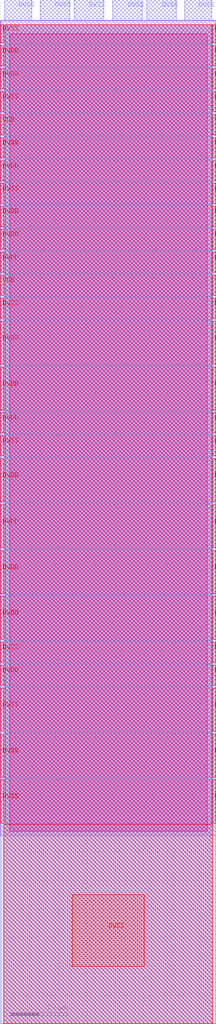
<source format=lef>
VERSION 5.7 ;
  NOWIREEXTENSIONATPIN ON ;
  DIVIDERCHAR "/" ;
  BUSBITCHARS "[]" ;
MACRO gf180mcu_ws_io__dvss
  CLASS PAD POWER ;
  FOREIGN gf180mcu_ws_io__dvss ;
  ORIGIN 0.000 0.000 ;
  SIZE 75.000 BY 350.000 ;
  SYMMETRY X Y R90 ;
  SITE GF_IO_Site ;
  PIN DVDD
    DIRECTION INOUT ;
    USE POWER ;
    PORT
      LAYER Metal5 ;
        RECT 74.000 118.000 75.000 125.000 ;
    END
    PORT
      LAYER Metal5 ;
        RECT 74.000 182.000 75.000 197.000 ;
    END
    PORT
      LAYER Metal5 ;
        RECT 74.000 166.000 75.000 181.000 ;
    END
    PORT
      LAYER Metal5 ;
        RECT 74.000 150.000 75.000 165.000 ;
    END
    PORT
      LAYER Metal5 ;
        RECT 74.000 134.000 75.000 149.000 ;
    END
    PORT
      LAYER Metal5 ;
        RECT 74.000 214.000 75.000 229.000 ;
    END
    PORT
      LAYER Metal5 ;
        RECT 74.000 206.000 75.000 213.000 ;
    END
    PORT
      LAYER Metal5 ;
        RECT 74.000 278.000 75.000 285.000 ;
    END
    PORT
      LAYER Metal5 ;
        RECT 74.000 270.000 75.000 277.000 ;
    END
    PORT
      LAYER Metal5 ;
        RECT 74.000 262.000 75.000 269.000 ;
    END
    PORT
      LAYER Metal5 ;
        RECT 74.000 294.000 75.000 301.000 ;
    END
    PORT
      LAYER Metal5 ;
        RECT 74.000 334.000 75.000 341.000 ;
    END
    PORT
      LAYER Metal4 ;
        RECT 74.000 118.000 75.000 125.000 ;
    END
    PORT
      LAYER Metal4 ;
        RECT 74.000 182.000 75.000 197.000 ;
    END
    PORT
      LAYER Metal4 ;
        RECT 74.000 166.000 75.000 181.000 ;
    END
    PORT
      LAYER Metal4 ;
        RECT 74.000 150.000 75.000 165.000 ;
    END
    PORT
      LAYER Metal4 ;
        RECT 74.000 134.000 75.000 149.000 ;
    END
    PORT
      LAYER Metal4 ;
        RECT 74.000 214.000 75.000 229.000 ;
    END
    PORT
      LAYER Metal4 ;
        RECT 74.000 206.000 75.000 213.000 ;
    END
    PORT
      LAYER Metal4 ;
        RECT 74.000 278.000 75.000 285.000 ;
    END
    PORT
      LAYER Metal4 ;
        RECT 74.000 270.000 75.000 277.000 ;
    END
    PORT
      LAYER Metal4 ;
        RECT 74.000 262.000 75.000 269.000 ;
    END
    PORT
      LAYER Metal4 ;
        RECT 74.000 294.000 75.000 301.000 ;
    END
    PORT
      LAYER Metal4 ;
        RECT 74.000 334.000 75.000 341.000 ;
    END
    PORT
      LAYER Metal3 ;
        RECT 74.000 118.000 75.000 125.000 ;
    END
    PORT
      LAYER Metal3 ;
        RECT 74.000 182.000 75.000 197.000 ;
    END
    PORT
      LAYER Metal3 ;
        RECT 74.000 166.000 75.000 181.000 ;
    END
    PORT
      LAYER Metal3 ;
        RECT 74.000 150.000 75.000 165.000 ;
    END
    PORT
      LAYER Metal3 ;
        RECT 74.000 134.000 75.000 149.000 ;
    END
    PORT
      LAYER Metal3 ;
        RECT 74.000 214.000 75.000 229.000 ;
    END
    PORT
      LAYER Metal3 ;
        RECT 74.000 206.000 75.000 213.000 ;
    END
    PORT
      LAYER Metal3 ;
        RECT 74.000 278.000 75.000 285.000 ;
    END
    PORT
      LAYER Metal3 ;
        RECT 74.000 270.000 75.000 277.000 ;
    END
    PORT
      LAYER Metal3 ;
        RECT 74.000 262.000 75.000 269.000 ;
    END
    PORT
      LAYER Metal3 ;
        RECT 74.000 294.000 75.000 301.000 ;
    END
    PORT
      LAYER Metal3 ;
        RECT 74.000 334.000 75.000 341.000 ;
    END
    PORT
      LAYER Metal3 ;
        RECT 0.000 334.000 1.000 341.000 ;
    END
    PORT
      LAYER Metal3 ;
        RECT 0.000 294.000 1.000 301.000 ;
    END
    PORT
      LAYER Metal3 ;
        RECT 0.000 262.000 1.000 269.000 ;
    END
    PORT
      LAYER Metal3 ;
        RECT 0.000 270.000 1.000 277.000 ;
    END
    PORT
      LAYER Metal3 ;
        RECT 0.000 278.000 1.000 285.000 ;
    END
    PORT
      LAYER Metal3 ;
        RECT 0.000 206.000 1.000 213.000 ;
    END
    PORT
      LAYER Metal3 ;
        RECT 0.000 214.000 1.000 229.000 ;
    END
    PORT
      LAYER Metal3 ;
        RECT 0.000 134.000 1.000 149.000 ;
    END
    PORT
      LAYER Metal3 ;
        RECT 0.000 150.000 1.000 165.000 ;
    END
    PORT
      LAYER Metal3 ;
        RECT 0.000 166.000 1.000 181.000 ;
    END
    PORT
      LAYER Metal3 ;
        RECT 0.000 182.000 1.000 197.000 ;
    END
    PORT
      LAYER Metal4 ;
        RECT 0.000 334.000 1.000 341.000 ;
    END
    PORT
      LAYER Metal4 ;
        RECT 0.000 294.000 1.000 301.000 ;
    END
    PORT
      LAYER Metal4 ;
        RECT 0.000 262.000 1.000 269.000 ;
    END
    PORT
      LAYER Metal4 ;
        RECT 0.000 270.000 1.000 277.000 ;
    END
    PORT
      LAYER Metal4 ;
        RECT 0.000 278.000 1.000 285.000 ;
    END
    PORT
      LAYER Metal4 ;
        RECT 0.000 206.000 1.000 213.000 ;
    END
    PORT
      LAYER Metal4 ;
        RECT 0.000 214.000 1.000 229.000 ;
    END
    PORT
      LAYER Metal4 ;
        RECT 0.000 134.000 1.000 149.000 ;
    END
    PORT
      LAYER Metal4 ;
        RECT 0.000 150.000 1.000 165.000 ;
    END
    PORT
      LAYER Metal4 ;
        RECT 0.000 166.000 1.000 181.000 ;
    END
    PORT
      LAYER Metal4 ;
        RECT 0.000 182.000 1.000 197.000 ;
    END
    PORT
      LAYER Metal5 ;
        RECT 0.000 334.000 1.000 341.000 ;
    END
    PORT
      LAYER Metal5 ;
        RECT 0.000 294.000 1.000 301.000 ;
    END
    PORT
      LAYER Metal5 ;
        RECT 0.000 262.000 1.000 269.000 ;
    END
    PORT
      LAYER Metal5 ;
        RECT 0.000 270.000 1.000 277.000 ;
    END
    PORT
      LAYER Metal5 ;
        RECT 0.000 278.000 1.000 285.000 ;
    END
    PORT
      LAYER Metal5 ;
        RECT 0.000 206.000 1.000 213.000 ;
    END
    PORT
      LAYER Metal5 ;
        RECT 0.000 214.000 1.000 229.000 ;
    END
    PORT
      LAYER Metal5 ;
        RECT 0.000 134.000 1.000 149.000 ;
    END
    PORT
      LAYER Metal5 ;
        RECT 0.000 150.000 1.000 165.000 ;
    END
    PORT
      LAYER Metal5 ;
        RECT 0.000 166.000 1.000 181.000 ;
    END
    PORT
      LAYER Metal5 ;
        RECT 0.000 182.000 1.000 197.000 ;
    END
    PORT
      LAYER Metal5 ;
        RECT 0.000 118.000 1.000 125.000 ;
    END
    PORT
      LAYER Metal4 ;
        RECT 0.000 118.000 1.000 125.000 ;
    END
    PORT
      LAYER Metal3 ;
        RECT 0.000 118.000 1.000 125.000 ;
    END
  END DVDD
  PIN DVSS
    DIRECTION INOUT ;
    USE GROUND ;
    PORT
      LAYER Metal5 ;
        RECT 25.000 20.000 50.000 45.000 ;
    END
    PORT
      LAYER Metal5 ;
        RECT 74.000 102.000 75.000 117.000 ;
    END
    PORT
      LAYER Metal5 ;
        RECT 74.000 86.000 75.000 101.000 ;
    END
    PORT
      LAYER Metal5 ;
        RECT 74.000 70.000 75.000 85.000 ;
    END
    PORT
      LAYER Metal5 ;
        RECT 74.000 126.000 75.000 133.000 ;
    END
    PORT
      LAYER Metal5 ;
        RECT 74.000 198.000 75.000 205.000 ;
    END
    PORT
      LAYER Metal5 ;
        RECT 74.000 230.000 75.000 245.000 ;
    END
    PORT
      LAYER Metal5 ;
        RECT 74.000 246.000 75.000 253.000 ;
    END
    PORT
      LAYER Metal5 ;
        RECT 74.000 286.000 75.000 293.000 ;
    END
    PORT
      LAYER Metal5 ;
        RECT 74.000 302.000 75.000 309.000 ;
    END
    PORT
      LAYER Metal5 ;
        RECT 74.000 318.000 75.000 325.000 ;
    END
    PORT
      LAYER Metal5 ;
        RECT 74.000 326.000 75.000 333.000 ;
    END
    PORT
      LAYER Metal5 ;
        RECT 74.000 342.000 75.000 348.390 ;
    END
    PORT
      LAYER Metal4 ;
        RECT 74.000 102.000 75.000 117.000 ;
    END
    PORT
      LAYER Metal4 ;
        RECT 74.000 86.000 75.000 101.000 ;
    END
    PORT
      LAYER Metal4 ;
        RECT 74.000 70.000 75.000 85.000 ;
    END
    PORT
      LAYER Metal4 ;
        RECT 74.000 126.000 75.000 133.000 ;
    END
    PORT
      LAYER Metal4 ;
        RECT 74.000 198.000 75.000 205.000 ;
    END
    PORT
      LAYER Metal4 ;
        RECT 74.000 230.000 75.000 245.000 ;
    END
    PORT
      LAYER Metal4 ;
        RECT 74.000 246.000 75.000 253.000 ;
    END
    PORT
      LAYER Metal4 ;
        RECT 74.000 286.000 75.000 293.000 ;
    END
    PORT
      LAYER Metal4 ;
        RECT 74.000 302.000 75.000 309.000 ;
    END
    PORT
      LAYER Metal4 ;
        RECT 74.000 318.000 75.000 325.000 ;
    END
    PORT
      LAYER Metal4 ;
        RECT 74.000 326.000 75.000 333.000 ;
    END
    PORT
      LAYER Metal4 ;
        RECT 74.000 342.000 75.000 348.390 ;
    END
    PORT
      LAYER Metal3 ;
        RECT 74.000 102.000 75.000 117.000 ;
    END
    PORT
      LAYER Metal3 ;
        RECT 74.000 86.000 75.000 101.000 ;
    END
    PORT
      LAYER Metal3 ;
        RECT 74.000 70.000 75.000 85.000 ;
    END
    PORT
      LAYER Metal3 ;
        RECT 74.000 126.000 75.000 133.000 ;
    END
    PORT
      LAYER Metal3 ;
        RECT 74.000 198.000 75.000 205.000 ;
    END
    PORT
      LAYER Metal3 ;
        RECT 74.000 230.000 75.000 245.000 ;
    END
    PORT
      LAYER Metal3 ;
        RECT 74.000 246.000 75.000 253.000 ;
    END
    PORT
      LAYER Metal3 ;
        RECT 74.000 286.000 75.000 293.000 ;
    END
    PORT
      LAYER Metal3 ;
        RECT 74.000 302.000 75.000 309.000 ;
    END
    PORT
      LAYER Metal3 ;
        RECT 74.000 318.000 75.000 325.000 ;
    END
    PORT
      LAYER Metal3 ;
        RECT 74.000 326.000 75.000 333.000 ;
    END
    PORT
      LAYER Metal3 ;
        RECT 74.000 342.000 75.000 348.390 ;
    END
    PORT
      LAYER Metal3 ;
        RECT 0.000 342.000 1.000 348.390 ;
    END
    PORT
      LAYER Metal3 ;
        RECT 0.000 326.000 1.000 333.000 ;
    END
    PORT
      LAYER Metal3 ;
        RECT 0.000 318.000 1.000 325.000 ;
    END
    PORT
      LAYER Metal3 ;
        RECT 0.000 302.000 1.000 309.000 ;
    END
    PORT
      LAYER Metal3 ;
        RECT 0.000 286.000 1.000 293.000 ;
    END
    PORT
      LAYER Metal3 ;
        RECT 0.000 246.000 1.000 253.000 ;
    END
    PORT
      LAYER Metal3 ;
        RECT 0.000 230.000 1.000 245.000 ;
    END
    PORT
      LAYER Metal3 ;
        RECT 0.000 198.000 1.000 205.000 ;
    END
    PORT
      LAYER Metal3 ;
        RECT 0.000 126.000 1.000 133.000 ;
    END
    PORT
      LAYER Metal3 ;
        RECT 0.000 70.000 1.000 85.000 ;
    END
    PORT
      LAYER Metal3 ;
        RECT 0.000 86.000 1.000 101.000 ;
    END
    PORT
      LAYER Metal4 ;
        RECT 0.000 342.000 1.000 348.390 ;
    END
    PORT
      LAYER Metal4 ;
        RECT 0.000 326.000 1.000 333.000 ;
    END
    PORT
      LAYER Metal4 ;
        RECT 0.000 318.000 1.000 325.000 ;
    END
    PORT
      LAYER Metal4 ;
        RECT 0.000 302.000 1.000 309.000 ;
    END
    PORT
      LAYER Metal4 ;
        RECT 0.000 286.000 1.000 293.000 ;
    END
    PORT
      LAYER Metal4 ;
        RECT 0.000 246.000 1.000 253.000 ;
    END
    PORT
      LAYER Metal4 ;
        RECT 0.000 230.000 1.000 245.000 ;
    END
    PORT
      LAYER Metal4 ;
        RECT 0.000 198.000 1.000 205.000 ;
    END
    PORT
      LAYER Metal4 ;
        RECT 0.000 126.000 1.000 133.000 ;
    END
    PORT
      LAYER Metal4 ;
        RECT 0.000 70.000 1.000 85.000 ;
    END
    PORT
      LAYER Metal4 ;
        RECT 0.000 86.000 1.000 101.000 ;
    END
    PORT
      LAYER Metal5 ;
        RECT 0.000 342.000 1.000 348.390 ;
    END
    PORT
      LAYER Metal5 ;
        RECT 0.000 326.000 1.000 333.000 ;
    END
    PORT
      LAYER Metal5 ;
        RECT 0.000 318.000 1.000 325.000 ;
    END
    PORT
      LAYER Metal5 ;
        RECT 0.000 302.000 1.000 309.000 ;
    END
    PORT
      LAYER Metal5 ;
        RECT 0.000 286.000 1.000 293.000 ;
    END
    PORT
      LAYER Metal5 ;
        RECT 0.000 246.000 1.000 253.000 ;
    END
    PORT
      LAYER Metal5 ;
        RECT 0.000 230.000 1.000 245.000 ;
    END
    PORT
      LAYER Metal5 ;
        RECT 0.000 198.000 1.000 205.000 ;
    END
    PORT
      LAYER Metal5 ;
        RECT 0.000 126.000 1.000 133.000 ;
    END
    PORT
      LAYER Metal5 ;
        RECT 0.000 70.000 1.000 85.000 ;
    END
    PORT
      LAYER Metal5 ;
        RECT 0.000 86.000 1.000 101.000 ;
    END
    PORT
      LAYER Metal5 ;
        RECT 0.000 102.000 1.000 117.000 ;
    END
    PORT
      LAYER Metal4 ;
        RECT 0.000 102.000 1.000 117.000 ;
    END
    PORT
      LAYER Metal3 ;
        RECT 0.000 102.000 1.000 117.000 ;
    END
    PORT
      LAYER Metal2 ;
        RECT 1.360 350.000 10.860 357.000 ;
    END
    PORT
      LAYER Metal2 ;
        RECT 13.760 350.000 24.010 357.000 ;
    END
    PORT
      LAYER Metal2 ;
        RECT 25.610 350.000 35.860 357.000 ;
    END
    PORT
      LAYER Metal2 ;
        RECT 39.140 350.000 49.390 357.000 ;
    END
    PORT
      LAYER Metal2 ;
        RECT 50.990 350.000 61.240 357.000 ;
    END
    PORT
      LAYER Metal2 ;
        RECT 64.140 350.000 73.640 357.000 ;
    END
    PORT
      LAYER Metal3 ;
        RECT 1.360 350.000 10.860 357.000 ;
    END
    PORT
      LAYER Metal3 ;
        RECT 13.760 350.000 24.010 357.000 ;
    END
    PORT
      LAYER Metal3 ;
        RECT 25.610 350.000 35.860 357.000 ;
    END
    PORT
      LAYER Metal3 ;
        RECT 39.140 350.000 49.390 357.000 ;
    END
    PORT
      LAYER Metal3 ;
        RECT 50.990 350.000 61.240 357.000 ;
    END
    PORT
      LAYER Metal3 ;
        RECT 64.140 350.000 73.640 357.000 ;
    END
  END DVSS
  PIN VDD
    DIRECTION INOUT ;
    USE POWER ;
    PORT
      LAYER Metal5 ;
        RECT 74.000 254.000 75.000 261.000 ;
    END
    PORT
      LAYER Metal5 ;
        RECT 74.000 310.000 75.000 317.000 ;
    END
    PORT
      LAYER Metal4 ;
        RECT 74.000 254.000 75.000 261.000 ;
    END
    PORT
      LAYER Metal4 ;
        RECT 74.000 310.000 75.000 317.000 ;
    END
    PORT
      LAYER Metal3 ;
        RECT 74.000 254.000 75.000 261.000 ;
    END
    PORT
      LAYER Metal3 ;
        RECT 74.000 310.000 75.000 317.000 ;
    END
    PORT
      LAYER Metal3 ;
        RECT 0.000 310.000 1.000 317.000 ;
    END
    PORT
      LAYER Metal4 ;
        RECT 0.000 310.000 1.000 317.000 ;
    END
    PORT
      LAYER Metal5 ;
        RECT 0.000 310.000 1.000 317.000 ;
    END
    PORT
      LAYER Metal5 ;
        RECT 0.000 254.000 1.000 261.000 ;
    END
    PORT
      LAYER Metal4 ;
        RECT 0.000 254.000 1.000 261.000 ;
    END
    PORT
      LAYER Metal3 ;
        RECT 0.000 254.000 1.000 261.000 ;
    END
  END VDD
  OBS
      LAYER Nwell ;
        RECT 3.060 67.195 71.940 345.275 ;
      LAYER Metal1 ;
        RECT -0.160 65.540 75.160 349.785 ;
      LAYER Metal2 ;
        RECT 0.000 0.000 75.000 350.000 ;
      LAYER Metal3 ;
        RECT 1.300 341.700 73.700 348.390 ;
        RECT 1.000 341.300 74.000 341.700 ;
        RECT 1.300 333.700 73.700 341.300 ;
        RECT 1.000 333.300 74.000 333.700 ;
        RECT 1.300 325.700 73.700 333.300 ;
        RECT 1.000 325.300 74.000 325.700 ;
        RECT 1.300 317.700 73.700 325.300 ;
        RECT 1.000 317.300 74.000 317.700 ;
        RECT 1.300 309.700 73.700 317.300 ;
        RECT 1.000 309.300 74.000 309.700 ;
        RECT 1.300 301.700 73.700 309.300 ;
        RECT 1.000 301.300 74.000 301.700 ;
        RECT 1.300 293.700 73.700 301.300 ;
        RECT 1.000 293.300 74.000 293.700 ;
        RECT 1.300 285.700 73.700 293.300 ;
        RECT 1.000 285.300 74.000 285.700 ;
        RECT 1.300 277.700 73.700 285.300 ;
        RECT 1.000 277.300 74.000 277.700 ;
        RECT 1.300 269.700 73.700 277.300 ;
        RECT 1.000 269.300 74.000 269.700 ;
        RECT 1.300 261.700 73.700 269.300 ;
        RECT 1.000 261.300 74.000 261.700 ;
        RECT 1.300 253.700 73.700 261.300 ;
        RECT 1.000 253.300 74.000 253.700 ;
        RECT 1.300 245.700 73.700 253.300 ;
        RECT 1.000 245.300 74.000 245.700 ;
        RECT 1.300 229.700 73.700 245.300 ;
        RECT 1.000 229.300 74.000 229.700 ;
        RECT 1.300 213.700 73.700 229.300 ;
        RECT 1.000 213.300 74.000 213.700 ;
        RECT 1.300 205.700 73.700 213.300 ;
        RECT 1.000 205.300 74.000 205.700 ;
        RECT 1.300 197.700 73.700 205.300 ;
        RECT 1.000 197.300 74.000 197.700 ;
        RECT 1.300 181.700 73.700 197.300 ;
        RECT 1.000 181.300 74.000 181.700 ;
        RECT 1.300 165.700 73.700 181.300 ;
        RECT 1.000 165.300 74.000 165.700 ;
        RECT 1.300 149.700 73.700 165.300 ;
        RECT 1.000 149.300 74.000 149.700 ;
        RECT 1.300 133.700 73.700 149.300 ;
        RECT 1.000 133.300 74.000 133.700 ;
        RECT 1.300 125.700 73.700 133.300 ;
        RECT 1.000 125.300 74.000 125.700 ;
        RECT 1.300 117.700 73.700 125.300 ;
        RECT 1.000 117.300 74.000 117.700 ;
        RECT 1.300 101.700 73.700 117.300 ;
        RECT 1.000 101.300 74.000 101.700 ;
        RECT 1.300 85.700 73.700 101.300 ;
        RECT 1.000 85.300 74.000 85.700 ;
        RECT 1.300 69.700 73.700 85.300 ;
        RECT 1.000 0.000 74.000 69.700 ;
      LAYER Metal4 ;
        RECT 1.300 341.700 73.700 348.390 ;
        RECT 1.000 341.300 74.000 341.700 ;
        RECT 1.300 333.700 73.700 341.300 ;
        RECT 1.000 333.300 74.000 333.700 ;
        RECT 1.300 325.700 73.700 333.300 ;
        RECT 1.000 325.300 74.000 325.700 ;
        RECT 1.300 317.700 73.700 325.300 ;
        RECT 1.000 317.300 74.000 317.700 ;
        RECT 1.300 309.700 73.700 317.300 ;
        RECT 1.000 309.300 74.000 309.700 ;
        RECT 1.300 301.700 73.700 309.300 ;
        RECT 1.000 301.300 74.000 301.700 ;
        RECT 1.300 293.700 73.700 301.300 ;
        RECT 1.000 293.300 74.000 293.700 ;
        RECT 1.300 285.700 73.700 293.300 ;
        RECT 1.000 285.300 74.000 285.700 ;
        RECT 1.300 277.700 73.700 285.300 ;
        RECT 1.000 277.300 74.000 277.700 ;
        RECT 1.300 269.700 73.700 277.300 ;
        RECT 1.000 269.300 74.000 269.700 ;
        RECT 1.300 261.700 73.700 269.300 ;
        RECT 1.000 261.300 74.000 261.700 ;
        RECT 1.300 253.700 73.700 261.300 ;
        RECT 1.000 253.300 74.000 253.700 ;
        RECT 1.300 245.700 73.700 253.300 ;
        RECT 1.000 245.300 74.000 245.700 ;
        RECT 1.300 229.700 73.700 245.300 ;
        RECT 1.000 229.300 74.000 229.700 ;
        RECT 1.300 213.700 73.700 229.300 ;
        RECT 1.000 213.300 74.000 213.700 ;
        RECT 1.300 205.700 73.700 213.300 ;
        RECT 1.000 205.300 74.000 205.700 ;
        RECT 1.300 197.700 73.700 205.300 ;
        RECT 1.000 197.300 74.000 197.700 ;
        RECT 1.300 181.700 73.700 197.300 ;
        RECT 1.000 181.300 74.000 181.700 ;
        RECT 1.300 165.700 73.700 181.300 ;
        RECT 1.000 165.300 74.000 165.700 ;
        RECT 1.300 149.700 73.700 165.300 ;
        RECT 1.000 149.300 74.000 149.700 ;
        RECT 1.300 133.700 73.700 149.300 ;
        RECT 1.000 133.300 74.000 133.700 ;
        RECT 1.300 125.700 73.700 133.300 ;
        RECT 1.000 125.300 74.000 125.700 ;
        RECT 1.300 117.700 73.700 125.300 ;
        RECT 1.000 117.300 74.000 117.700 ;
        RECT 1.300 101.700 73.700 117.300 ;
        RECT 1.000 101.300 74.000 101.700 ;
        RECT 1.300 85.700 73.700 101.300 ;
        RECT 1.000 85.300 74.000 85.700 ;
        RECT 1.300 69.700 73.700 85.300 ;
        RECT 1.000 0.000 74.000 69.700 ;
      LAYER Metal5 ;
        RECT 1.500 69.500 73.500 348.390 ;
        RECT 1.000 0.000 74.000 69.500 ;
  END
END gf180mcu_ws_io__dvss
END LIBRARY


</source>
